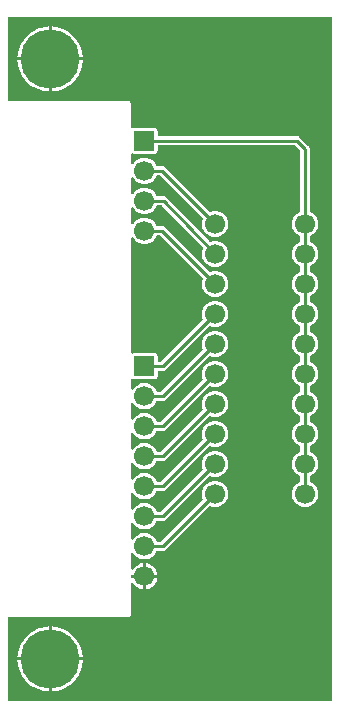
<source format=gtl>
G04 Layer: TopLayer*
G04 Panelize: , Column: 2, Row: 2, Board Size: 27.94mm x 58.42mm, Panelized Board Size: 57.88mm x 118.84mm*
G04 EasyEDA v6.5.34, 2023-08-01 23:33:27*
G04 b51b2e2071534479880d9ec3b26c503f,5a6b42c53f6a479593ecc07194224c93,10*
G04 Gerber Generator version 0.2*
G04 Scale: 100 percent, Rotated: No, Reflected: No *
G04 Dimensions in millimeters *
G04 leading zeros omitted , absolute positions ,4 integer and 5 decimal *
%FSLAX45Y45*%
%MOMM*%

%AMMACRO1*21,1,$1,$2,0,0,$3*%
%ADD10C,0.2540*%
%ADD11MACRO1,1.7X1.7X-90.0000*%
%ADD12C,1.7000*%
%ADD13C,5.0000*%

%LPD*%
G36*
X2757932Y25908D02*
G01*
X36068Y26416D01*
X32156Y27178D01*
X28905Y29362D01*
X26670Y32664D01*
X25908Y36576D01*
X25908Y725932D01*
X26670Y729792D01*
X28905Y733094D01*
X32156Y735330D01*
X36068Y736092D01*
X1040790Y736092D01*
X1047292Y736854D01*
X1052830Y738987D01*
X1057960Y742492D01*
X1061008Y745540D01*
X1063599Y749147D01*
X1066139Y754684D01*
X1067308Y762152D01*
X1067308Y1018184D01*
X1068222Y1022451D01*
X1070864Y1025906D01*
X1074724Y1027988D01*
X1079093Y1028192D01*
X1083157Y1026617D01*
X1086154Y1023467D01*
X1088948Y1018844D01*
X1097788Y1007719D01*
X1107998Y997864D01*
X1119428Y989330D01*
X1131773Y982370D01*
X1144930Y977036D01*
X1158697Y973429D01*
X1167180Y972362D01*
X1167180Y1069594D01*
X1077468Y1069594D01*
X1073556Y1070356D01*
X1070305Y1072540D01*
X1068070Y1075842D01*
X1067308Y1079754D01*
X1067308Y1084834D01*
X1068070Y1088694D01*
X1070305Y1091996D01*
X1073556Y1094232D01*
X1077468Y1094994D01*
X1167180Y1094994D01*
X1167180Y1192377D01*
X1165707Y1192276D01*
X1151788Y1189532D01*
X1138275Y1185062D01*
X1125474Y1178915D01*
X1113586Y1171143D01*
X1102766Y1161948D01*
X1093216Y1151432D01*
X1085799Y1140815D01*
X1082700Y1137920D01*
X1078636Y1136548D01*
X1074420Y1136904D01*
X1070711Y1139037D01*
X1068222Y1142441D01*
X1067308Y1146606D01*
X1067308Y1272184D01*
X1068222Y1276451D01*
X1070864Y1279906D01*
X1074724Y1281988D01*
X1079093Y1282192D01*
X1083157Y1280617D01*
X1086154Y1277467D01*
X1088948Y1272844D01*
X1097788Y1261719D01*
X1107998Y1251864D01*
X1119428Y1243330D01*
X1131773Y1236370D01*
X1144930Y1231036D01*
X1158697Y1227429D01*
X1172768Y1225600D01*
X1186992Y1225600D01*
X1201115Y1227429D01*
X1214831Y1231036D01*
X1227988Y1236370D01*
X1240383Y1243330D01*
X1251762Y1251864D01*
X1261973Y1261719D01*
X1270863Y1272844D01*
X1278229Y1284986D01*
X1281125Y1291640D01*
X1283360Y1294790D01*
X1286611Y1296924D01*
X1290421Y1297686D01*
X1335786Y1297686D01*
X1343812Y1298448D01*
X1351026Y1300632D01*
X1357680Y1304239D01*
X1363929Y1309319D01*
X1726996Y1672437D01*
X1730095Y1674520D01*
X1733702Y1675384D01*
X1737410Y1674875D01*
X1749856Y1670761D01*
X1763826Y1668018D01*
X1778000Y1667103D01*
X1792173Y1668018D01*
X1806143Y1670761D01*
X1819605Y1675231D01*
X1832406Y1681378D01*
X1844344Y1689150D01*
X1855114Y1698345D01*
X1864715Y1708861D01*
X1872843Y1720494D01*
X1879396Y1733092D01*
X1884324Y1746453D01*
X1887474Y1760321D01*
X1888845Y1774443D01*
X1888388Y1788668D01*
X1886102Y1802688D01*
X1882038Y1816303D01*
X1876298Y1829307D01*
X1868932Y1841449D01*
X1860092Y1852523D01*
X1849882Y1862429D01*
X1838502Y1870913D01*
X1826107Y1877923D01*
X1812950Y1883257D01*
X1799183Y1886864D01*
X1785112Y1888642D01*
X1770888Y1888642D01*
X1756816Y1886864D01*
X1743049Y1883257D01*
X1729892Y1877923D01*
X1717497Y1870913D01*
X1706118Y1862429D01*
X1695907Y1852523D01*
X1687068Y1841449D01*
X1679702Y1829307D01*
X1673910Y1816303D01*
X1669897Y1802688D01*
X1667611Y1788668D01*
X1667154Y1774443D01*
X1668525Y1760321D01*
X1671675Y1746453D01*
X1674875Y1737817D01*
X1675485Y1734057D01*
X1674672Y1730298D01*
X1672539Y1727098D01*
X1323289Y1377848D01*
X1319987Y1375664D01*
X1316075Y1374902D01*
X1290675Y1374902D01*
X1287068Y1375562D01*
X1283919Y1377442D01*
X1281684Y1380388D01*
X1274724Y1393748D01*
X1266596Y1405432D01*
X1257046Y1415948D01*
X1246225Y1425143D01*
X1234287Y1432915D01*
X1221486Y1439062D01*
X1208024Y1443532D01*
X1194054Y1446276D01*
X1179880Y1447190D01*
X1165707Y1446276D01*
X1151788Y1443532D01*
X1138275Y1439062D01*
X1125474Y1432915D01*
X1113586Y1425143D01*
X1102766Y1415948D01*
X1093216Y1405432D01*
X1085799Y1394815D01*
X1082700Y1391920D01*
X1078636Y1390548D01*
X1074420Y1390904D01*
X1070711Y1393037D01*
X1068222Y1396441D01*
X1067308Y1400606D01*
X1067308Y1526184D01*
X1068222Y1530451D01*
X1070864Y1533906D01*
X1074724Y1535988D01*
X1079093Y1536192D01*
X1083157Y1534617D01*
X1086154Y1531467D01*
X1088948Y1526844D01*
X1097788Y1515719D01*
X1107998Y1505864D01*
X1119428Y1497330D01*
X1131773Y1490370D01*
X1144930Y1485036D01*
X1158697Y1481429D01*
X1172768Y1479600D01*
X1186992Y1479600D01*
X1201115Y1481429D01*
X1214831Y1485036D01*
X1227988Y1490370D01*
X1240383Y1497330D01*
X1251762Y1505864D01*
X1261973Y1515719D01*
X1270863Y1526844D01*
X1278229Y1538986D01*
X1281125Y1545640D01*
X1283360Y1548790D01*
X1286611Y1550924D01*
X1290421Y1551686D01*
X1335786Y1551686D01*
X1343812Y1552448D01*
X1351026Y1554632D01*
X1357680Y1558239D01*
X1363929Y1563319D01*
X1726996Y1926437D01*
X1730095Y1928520D01*
X1733702Y1929384D01*
X1737410Y1928875D01*
X1749856Y1924761D01*
X1763826Y1922018D01*
X1778000Y1921103D01*
X1792173Y1922018D01*
X1806143Y1924761D01*
X1819605Y1929231D01*
X1832406Y1935378D01*
X1844344Y1943150D01*
X1855114Y1952345D01*
X1864715Y1962861D01*
X1872843Y1974494D01*
X1879396Y1987092D01*
X1884324Y2000453D01*
X1887474Y2014321D01*
X1888845Y2028443D01*
X1888388Y2042668D01*
X1886102Y2056688D01*
X1882038Y2070303D01*
X1876298Y2083307D01*
X1868932Y2095449D01*
X1860092Y2106523D01*
X1849882Y2116429D01*
X1838502Y2124913D01*
X1826107Y2131923D01*
X1812950Y2137257D01*
X1799183Y2140864D01*
X1785112Y2142642D01*
X1770888Y2142642D01*
X1756816Y2140864D01*
X1743049Y2137257D01*
X1729892Y2131923D01*
X1717497Y2124913D01*
X1706118Y2116429D01*
X1695907Y2106523D01*
X1687068Y2095449D01*
X1679702Y2083307D01*
X1673910Y2070303D01*
X1669897Y2056688D01*
X1667611Y2042668D01*
X1667154Y2028443D01*
X1668525Y2014321D01*
X1671675Y2000453D01*
X1674875Y1991817D01*
X1675485Y1988057D01*
X1674672Y1984298D01*
X1672539Y1981098D01*
X1323289Y1631848D01*
X1319987Y1629664D01*
X1316075Y1628901D01*
X1290675Y1628901D01*
X1287068Y1629562D01*
X1283919Y1631442D01*
X1281684Y1634388D01*
X1274724Y1647748D01*
X1266596Y1659432D01*
X1257046Y1669948D01*
X1246225Y1679143D01*
X1234287Y1686915D01*
X1221486Y1693062D01*
X1208024Y1697532D01*
X1194054Y1700275D01*
X1179880Y1701190D01*
X1165707Y1700275D01*
X1151788Y1697532D01*
X1138275Y1693062D01*
X1125474Y1686915D01*
X1113586Y1679143D01*
X1102766Y1669948D01*
X1093216Y1659432D01*
X1085799Y1648815D01*
X1082700Y1645920D01*
X1078636Y1644548D01*
X1074420Y1644904D01*
X1070711Y1647037D01*
X1068222Y1650441D01*
X1067308Y1654606D01*
X1067308Y1780184D01*
X1068222Y1784451D01*
X1070864Y1787906D01*
X1074724Y1789988D01*
X1079093Y1790192D01*
X1083157Y1788617D01*
X1086154Y1785467D01*
X1088948Y1780844D01*
X1097788Y1769719D01*
X1107998Y1759864D01*
X1119428Y1751330D01*
X1131773Y1744370D01*
X1144930Y1739036D01*
X1158697Y1735429D01*
X1172768Y1733600D01*
X1186992Y1733600D01*
X1201115Y1735429D01*
X1214831Y1739036D01*
X1227988Y1744370D01*
X1240383Y1751330D01*
X1251762Y1759864D01*
X1261973Y1769719D01*
X1270863Y1780844D01*
X1278229Y1792986D01*
X1281125Y1799640D01*
X1283360Y1802790D01*
X1286611Y1804924D01*
X1290421Y1805686D01*
X1335786Y1805686D01*
X1343812Y1806448D01*
X1351026Y1808632D01*
X1357680Y1812239D01*
X1363929Y1817319D01*
X1726996Y2180437D01*
X1730095Y2182520D01*
X1733702Y2183384D01*
X1737410Y2182876D01*
X1749856Y2178761D01*
X1763826Y2176018D01*
X1778000Y2175103D01*
X1792173Y2176018D01*
X1806143Y2178761D01*
X1819605Y2183231D01*
X1832406Y2189378D01*
X1844344Y2197150D01*
X1855114Y2206345D01*
X1864715Y2216861D01*
X1872843Y2228494D01*
X1879396Y2241092D01*
X1884324Y2254453D01*
X1887474Y2268321D01*
X1888845Y2282444D01*
X1888388Y2296668D01*
X1886102Y2310688D01*
X1882038Y2324303D01*
X1876298Y2337308D01*
X1868932Y2349449D01*
X1860092Y2360523D01*
X1849882Y2370429D01*
X1838502Y2378913D01*
X1826107Y2385923D01*
X1812950Y2391257D01*
X1799183Y2394864D01*
X1785112Y2396642D01*
X1770888Y2396642D01*
X1756816Y2394864D01*
X1743049Y2391257D01*
X1729892Y2385923D01*
X1717497Y2378913D01*
X1706118Y2370429D01*
X1695907Y2360523D01*
X1687068Y2349449D01*
X1679702Y2337308D01*
X1673910Y2324303D01*
X1669897Y2310688D01*
X1667611Y2296668D01*
X1667154Y2282444D01*
X1668525Y2268321D01*
X1671675Y2254453D01*
X1674875Y2245817D01*
X1675485Y2242058D01*
X1674672Y2238298D01*
X1672539Y2235098D01*
X1323289Y1885848D01*
X1319987Y1883664D01*
X1316075Y1882902D01*
X1290675Y1882902D01*
X1287068Y1883562D01*
X1283919Y1885442D01*
X1281684Y1888388D01*
X1274724Y1901748D01*
X1266596Y1913432D01*
X1257046Y1923948D01*
X1246225Y1933143D01*
X1234287Y1940915D01*
X1221486Y1947062D01*
X1208024Y1951532D01*
X1194054Y1954275D01*
X1179880Y1955190D01*
X1165707Y1954275D01*
X1151788Y1951532D01*
X1138275Y1947062D01*
X1125474Y1940915D01*
X1113586Y1933143D01*
X1102766Y1923948D01*
X1093216Y1913432D01*
X1085799Y1902815D01*
X1082700Y1899920D01*
X1078636Y1898548D01*
X1074420Y1898904D01*
X1070711Y1901037D01*
X1068222Y1904441D01*
X1067308Y1908606D01*
X1067308Y2034184D01*
X1068222Y2038451D01*
X1070864Y2041906D01*
X1074724Y2043988D01*
X1079093Y2044192D01*
X1083157Y2042617D01*
X1086154Y2039467D01*
X1088948Y2034844D01*
X1097788Y2023719D01*
X1107998Y2013864D01*
X1119428Y2005330D01*
X1131773Y1998370D01*
X1144930Y1993036D01*
X1158697Y1989429D01*
X1172768Y1987600D01*
X1186992Y1987600D01*
X1201115Y1989429D01*
X1214831Y1993036D01*
X1227988Y1998370D01*
X1240383Y2005330D01*
X1251762Y2013864D01*
X1261973Y2023719D01*
X1270863Y2034844D01*
X1278229Y2046986D01*
X1281125Y2053640D01*
X1283360Y2056790D01*
X1286611Y2058924D01*
X1290421Y2059686D01*
X1335786Y2059686D01*
X1343812Y2060448D01*
X1351026Y2062632D01*
X1357680Y2066239D01*
X1363929Y2071319D01*
X1726996Y2434437D01*
X1730095Y2436520D01*
X1733702Y2437384D01*
X1737410Y2436876D01*
X1749856Y2432761D01*
X1763826Y2430018D01*
X1778000Y2429103D01*
X1792173Y2430018D01*
X1806143Y2432761D01*
X1819605Y2437231D01*
X1832406Y2443378D01*
X1844344Y2451150D01*
X1855114Y2460345D01*
X1864715Y2470861D01*
X1872843Y2482494D01*
X1879396Y2495092D01*
X1884324Y2508453D01*
X1887474Y2522321D01*
X1888845Y2536444D01*
X1888388Y2550668D01*
X1886102Y2564688D01*
X1882038Y2578303D01*
X1876298Y2591308D01*
X1868932Y2603449D01*
X1860092Y2614523D01*
X1849882Y2624429D01*
X1838502Y2632913D01*
X1826107Y2639923D01*
X1812950Y2645257D01*
X1799183Y2648864D01*
X1785112Y2650642D01*
X1770888Y2650642D01*
X1756816Y2648864D01*
X1743049Y2645257D01*
X1729892Y2639923D01*
X1717497Y2632913D01*
X1706118Y2624429D01*
X1695907Y2614523D01*
X1687068Y2603449D01*
X1679702Y2591308D01*
X1673910Y2578303D01*
X1669897Y2564688D01*
X1667611Y2550668D01*
X1667154Y2536444D01*
X1668525Y2522321D01*
X1671675Y2508453D01*
X1674875Y2499817D01*
X1675485Y2496058D01*
X1674672Y2492298D01*
X1672539Y2489098D01*
X1323289Y2139848D01*
X1319987Y2137664D01*
X1316075Y2136902D01*
X1290675Y2136902D01*
X1287068Y2137562D01*
X1283919Y2139442D01*
X1281684Y2142388D01*
X1274724Y2155748D01*
X1266596Y2167432D01*
X1257046Y2177948D01*
X1246225Y2187143D01*
X1234287Y2194915D01*
X1221486Y2201062D01*
X1208024Y2205532D01*
X1194054Y2208276D01*
X1179880Y2209190D01*
X1165707Y2208276D01*
X1151788Y2205532D01*
X1138275Y2201062D01*
X1125474Y2194915D01*
X1113586Y2187143D01*
X1102766Y2177948D01*
X1093216Y2167432D01*
X1085799Y2156815D01*
X1082700Y2153920D01*
X1078636Y2152548D01*
X1074420Y2152904D01*
X1070711Y2155037D01*
X1068222Y2158441D01*
X1067308Y2162606D01*
X1067308Y2288184D01*
X1068222Y2292451D01*
X1070864Y2295906D01*
X1074724Y2297988D01*
X1079093Y2298192D01*
X1083157Y2296617D01*
X1086154Y2293467D01*
X1088948Y2288844D01*
X1097788Y2277719D01*
X1107998Y2267864D01*
X1119428Y2259330D01*
X1131773Y2252370D01*
X1144930Y2247036D01*
X1158697Y2243429D01*
X1172768Y2241600D01*
X1186992Y2241600D01*
X1201115Y2243429D01*
X1214831Y2247036D01*
X1227988Y2252370D01*
X1240383Y2259330D01*
X1251762Y2267864D01*
X1261973Y2277719D01*
X1270863Y2288844D01*
X1278229Y2300986D01*
X1281125Y2307640D01*
X1283360Y2310790D01*
X1286611Y2312924D01*
X1290421Y2313686D01*
X1335786Y2313686D01*
X1343812Y2314448D01*
X1351026Y2316632D01*
X1357680Y2320239D01*
X1363929Y2325319D01*
X1726996Y2688437D01*
X1730095Y2690520D01*
X1733702Y2691384D01*
X1737410Y2690876D01*
X1749856Y2686710D01*
X1763826Y2684018D01*
X1778000Y2683103D01*
X1792173Y2684018D01*
X1806143Y2686710D01*
X1819605Y2691231D01*
X1832406Y2697378D01*
X1844344Y2705150D01*
X1855114Y2714345D01*
X1864715Y2724861D01*
X1872843Y2736494D01*
X1879396Y2749092D01*
X1884324Y2762453D01*
X1887474Y2776321D01*
X1888845Y2790444D01*
X1888388Y2804617D01*
X1886102Y2818688D01*
X1882038Y2832303D01*
X1876298Y2845308D01*
X1868932Y2857449D01*
X1860092Y2868523D01*
X1849882Y2878429D01*
X1838502Y2886913D01*
X1826107Y2893923D01*
X1812950Y2899257D01*
X1799183Y2902813D01*
X1785112Y2904642D01*
X1770888Y2904642D01*
X1756816Y2902813D01*
X1743049Y2899257D01*
X1729892Y2893923D01*
X1717497Y2886913D01*
X1706118Y2878429D01*
X1695907Y2868523D01*
X1687068Y2857449D01*
X1679702Y2845308D01*
X1673910Y2832303D01*
X1669897Y2818688D01*
X1667611Y2804617D01*
X1667154Y2790444D01*
X1668525Y2776321D01*
X1671675Y2762453D01*
X1674875Y2753817D01*
X1675485Y2750007D01*
X1674672Y2746298D01*
X1672539Y2743098D01*
X1323289Y2393848D01*
X1319987Y2391664D01*
X1316075Y2390902D01*
X1290675Y2390902D01*
X1287068Y2391562D01*
X1283919Y2393442D01*
X1281684Y2396388D01*
X1274724Y2409748D01*
X1266596Y2421432D01*
X1257046Y2431948D01*
X1246225Y2441143D01*
X1234287Y2448915D01*
X1221486Y2455062D01*
X1208024Y2459532D01*
X1194054Y2462276D01*
X1179880Y2463190D01*
X1165707Y2462276D01*
X1151788Y2459532D01*
X1138275Y2455062D01*
X1125474Y2448915D01*
X1113586Y2441143D01*
X1102766Y2431948D01*
X1093216Y2421432D01*
X1085799Y2410815D01*
X1082700Y2407920D01*
X1078636Y2406548D01*
X1074420Y2406904D01*
X1070711Y2409037D01*
X1068222Y2412441D01*
X1067308Y2416606D01*
X1067308Y2542184D01*
X1068222Y2546451D01*
X1070864Y2549906D01*
X1074724Y2551988D01*
X1079093Y2552192D01*
X1083157Y2550617D01*
X1086154Y2547467D01*
X1088948Y2542844D01*
X1097788Y2531719D01*
X1107998Y2521864D01*
X1119428Y2513330D01*
X1131773Y2506370D01*
X1144930Y2501036D01*
X1158697Y2497429D01*
X1172768Y2495600D01*
X1186992Y2495600D01*
X1201115Y2497429D01*
X1214831Y2501036D01*
X1227988Y2506370D01*
X1240383Y2513330D01*
X1251762Y2521864D01*
X1261973Y2531719D01*
X1270863Y2542844D01*
X1278229Y2554986D01*
X1281125Y2561640D01*
X1283360Y2564790D01*
X1286611Y2566924D01*
X1290421Y2567686D01*
X1335786Y2567686D01*
X1343812Y2568448D01*
X1351026Y2570632D01*
X1357680Y2574239D01*
X1363929Y2579319D01*
X1726996Y2942437D01*
X1730095Y2944520D01*
X1733702Y2945384D01*
X1737410Y2944876D01*
X1749856Y2940710D01*
X1763826Y2938018D01*
X1778000Y2937103D01*
X1792173Y2938018D01*
X1806143Y2940710D01*
X1819605Y2945231D01*
X1832406Y2951378D01*
X1844344Y2959150D01*
X1855114Y2968345D01*
X1864715Y2978861D01*
X1872843Y2990494D01*
X1879396Y3003092D01*
X1884324Y3016453D01*
X1887474Y3030321D01*
X1888845Y3044444D01*
X1888388Y3058617D01*
X1886102Y3072688D01*
X1882038Y3086303D01*
X1876298Y3099308D01*
X1868932Y3111449D01*
X1860092Y3122523D01*
X1849882Y3132429D01*
X1838502Y3140913D01*
X1826107Y3147923D01*
X1812950Y3153257D01*
X1799183Y3156813D01*
X1785112Y3158642D01*
X1770888Y3158642D01*
X1756816Y3156813D01*
X1743049Y3153257D01*
X1729892Y3147923D01*
X1717497Y3140913D01*
X1706118Y3132429D01*
X1695907Y3122523D01*
X1687068Y3111449D01*
X1679702Y3099308D01*
X1673910Y3086303D01*
X1669897Y3072688D01*
X1667611Y3058617D01*
X1667154Y3044444D01*
X1668525Y3030321D01*
X1671675Y3016453D01*
X1674875Y3007817D01*
X1675485Y3004007D01*
X1674672Y3000298D01*
X1672539Y2997098D01*
X1323289Y2647848D01*
X1319987Y2645664D01*
X1316075Y2644902D01*
X1290675Y2644902D01*
X1287068Y2645562D01*
X1283919Y2647442D01*
X1281684Y2650388D01*
X1274724Y2663748D01*
X1266596Y2675432D01*
X1257046Y2685948D01*
X1246225Y2695143D01*
X1234287Y2702915D01*
X1221486Y2709062D01*
X1208024Y2713532D01*
X1194054Y2716276D01*
X1179880Y2717190D01*
X1165707Y2716276D01*
X1151788Y2713532D01*
X1138275Y2709062D01*
X1125474Y2702915D01*
X1113586Y2695143D01*
X1102766Y2685948D01*
X1093216Y2675432D01*
X1085799Y2664815D01*
X1082700Y2661920D01*
X1078636Y2660548D01*
X1074420Y2660904D01*
X1070711Y2663037D01*
X1068222Y2666441D01*
X1067308Y2670606D01*
X1067308Y2743911D01*
X1068222Y2748127D01*
X1070762Y2751531D01*
X1074521Y2753614D01*
X1078839Y2753969D01*
X1083665Y2751988D01*
X1089152Y2750108D01*
X1095451Y2749397D01*
X1264310Y2749397D01*
X1270660Y2750108D01*
X1276096Y2751988D01*
X1281023Y2755087D01*
X1285087Y2759151D01*
X1288186Y2764078D01*
X1290116Y2769514D01*
X1290828Y2775864D01*
X1290828Y2811526D01*
X1291590Y2815386D01*
X1293774Y2818688D01*
X1297076Y2820924D01*
X1300988Y2821686D01*
X1335786Y2821686D01*
X1343812Y2822448D01*
X1351026Y2824632D01*
X1357680Y2828239D01*
X1363929Y2833319D01*
X1726996Y3196437D01*
X1730095Y3198520D01*
X1733702Y3199384D01*
X1737410Y3198876D01*
X1749856Y3194710D01*
X1763826Y3192018D01*
X1778000Y3191103D01*
X1792173Y3192018D01*
X1806143Y3194710D01*
X1819605Y3199231D01*
X1832406Y3205378D01*
X1844344Y3213150D01*
X1855114Y3222345D01*
X1864715Y3232861D01*
X1872843Y3244494D01*
X1879396Y3257092D01*
X1884324Y3270453D01*
X1887474Y3284321D01*
X1888845Y3298444D01*
X1888388Y3312617D01*
X1886102Y3326688D01*
X1882038Y3340303D01*
X1876298Y3353308D01*
X1868932Y3365449D01*
X1860092Y3376523D01*
X1849882Y3386429D01*
X1838502Y3394913D01*
X1826107Y3401923D01*
X1812950Y3407257D01*
X1799183Y3410813D01*
X1785112Y3412642D01*
X1770888Y3412642D01*
X1756816Y3410813D01*
X1743049Y3407257D01*
X1729892Y3401923D01*
X1717497Y3394913D01*
X1706118Y3386429D01*
X1695907Y3376523D01*
X1687068Y3365449D01*
X1679702Y3353308D01*
X1673910Y3340303D01*
X1669897Y3326688D01*
X1667611Y3312617D01*
X1667154Y3298444D01*
X1668525Y3284321D01*
X1671675Y3270453D01*
X1674875Y3261817D01*
X1675485Y3258007D01*
X1674672Y3254298D01*
X1672539Y3251098D01*
X1323289Y2901848D01*
X1319987Y2899664D01*
X1316075Y2898902D01*
X1300988Y2898902D01*
X1297076Y2899664D01*
X1293774Y2901848D01*
X1291590Y2905150D01*
X1290828Y2909062D01*
X1290828Y2944723D01*
X1290116Y2951022D01*
X1288186Y2956509D01*
X1285087Y2961386D01*
X1281023Y2965500D01*
X1276096Y2968548D01*
X1270660Y2970479D01*
X1264310Y2971190D01*
X1095451Y2971190D01*
X1089152Y2970479D01*
X1078839Y2966567D01*
X1074521Y2966923D01*
X1070762Y2969006D01*
X1068222Y2972460D01*
X1067308Y2976676D01*
X1067308Y3942842D01*
X1068222Y3947109D01*
X1070864Y3950563D01*
X1074724Y3952595D01*
X1079093Y3952849D01*
X1083157Y3951274D01*
X1086154Y3948074D01*
X1088948Y3943451D01*
X1097838Y3932326D01*
X1108049Y3922471D01*
X1119428Y3913936D01*
X1131824Y3906977D01*
X1144981Y3901643D01*
X1158697Y3898036D01*
X1172819Y3896207D01*
X1187043Y3896207D01*
X1201115Y3898036D01*
X1214882Y3901643D01*
X1228039Y3906977D01*
X1240434Y3913936D01*
X1251813Y3922471D01*
X1262024Y3932326D01*
X1270863Y3943451D01*
X1278229Y3955592D01*
X1281176Y3962247D01*
X1283411Y3965397D01*
X1286662Y3967530D01*
X1290472Y3968292D01*
X1306880Y3968292D01*
X1310792Y3967530D01*
X1314094Y3965295D01*
X1672437Y3606952D01*
X1674672Y3603599D01*
X1675384Y3599586D01*
X1669897Y3580688D01*
X1667611Y3566617D01*
X1667154Y3552444D01*
X1668525Y3538321D01*
X1671675Y3524453D01*
X1676603Y3511092D01*
X1683156Y3498494D01*
X1691284Y3486861D01*
X1700834Y3476345D01*
X1711655Y3467150D01*
X1723593Y3459378D01*
X1736394Y3453231D01*
X1749856Y3448710D01*
X1763826Y3446018D01*
X1778000Y3445103D01*
X1792173Y3446018D01*
X1806143Y3448710D01*
X1819605Y3453231D01*
X1832406Y3459378D01*
X1844344Y3467150D01*
X1855114Y3476345D01*
X1864715Y3486861D01*
X1872843Y3498494D01*
X1879396Y3511092D01*
X1884324Y3524453D01*
X1887474Y3538321D01*
X1888845Y3552444D01*
X1888388Y3566617D01*
X1886102Y3580688D01*
X1882038Y3594303D01*
X1876298Y3607308D01*
X1868932Y3619449D01*
X1860092Y3630523D01*
X1849882Y3640429D01*
X1838502Y3648913D01*
X1826107Y3655923D01*
X1812950Y3661257D01*
X1799183Y3664813D01*
X1785112Y3666642D01*
X1770888Y3666642D01*
X1756816Y3664813D01*
X1743049Y3661257D01*
X1738122Y3659225D01*
X1734261Y3658514D01*
X1730400Y3659276D01*
X1727149Y3661460D01*
X1364996Y4023614D01*
X1361998Y4028287D01*
X1357172Y4034129D01*
X1351330Y4038955D01*
X1344676Y4042511D01*
X1337462Y4044696D01*
X1329436Y4045508D01*
X1290726Y4045508D01*
X1287119Y4046169D01*
X1283970Y4048048D01*
X1281684Y4050995D01*
X1274724Y4064355D01*
X1266596Y4076039D01*
X1257046Y4086555D01*
X1246225Y4095750D01*
X1234338Y4103522D01*
X1221536Y4109669D01*
X1208024Y4114139D01*
X1194104Y4116882D01*
X1179931Y4117797D01*
X1165758Y4116882D01*
X1151788Y4114139D01*
X1138326Y4109669D01*
X1125524Y4103522D01*
X1113586Y4095750D01*
X1102766Y4086555D01*
X1093216Y4076039D01*
X1085799Y4065371D01*
X1082700Y4062476D01*
X1078636Y4061104D01*
X1074420Y4061510D01*
X1070711Y4063593D01*
X1068222Y4067048D01*
X1067308Y4071213D01*
X1067308Y4196842D01*
X1068222Y4201109D01*
X1070864Y4204563D01*
X1074724Y4206595D01*
X1079093Y4206849D01*
X1083157Y4205274D01*
X1086154Y4202074D01*
X1088948Y4197451D01*
X1097838Y4186326D01*
X1108049Y4176471D01*
X1119428Y4167936D01*
X1131824Y4160977D01*
X1144981Y4155643D01*
X1158697Y4152036D01*
X1172819Y4150207D01*
X1187043Y4150207D01*
X1201115Y4152036D01*
X1214882Y4155643D01*
X1228039Y4160977D01*
X1240434Y4167936D01*
X1251813Y4176471D01*
X1262024Y4186326D01*
X1270863Y4197451D01*
X1278229Y4209592D01*
X1281176Y4216247D01*
X1283411Y4219397D01*
X1286662Y4221530D01*
X1290472Y4222292D01*
X1321562Y4222292D01*
X1325575Y4221480D01*
X1328877Y4219194D01*
X1673402Y3862679D01*
X1675536Y3859326D01*
X1676247Y3855415D01*
X1675384Y3851503D01*
X1673910Y3848303D01*
X1669897Y3834688D01*
X1667611Y3820617D01*
X1667154Y3806444D01*
X1668525Y3792321D01*
X1671675Y3778453D01*
X1676603Y3765092D01*
X1683156Y3752494D01*
X1691284Y3740861D01*
X1700834Y3730345D01*
X1711655Y3721150D01*
X1723593Y3713378D01*
X1736394Y3707231D01*
X1749856Y3702710D01*
X1763826Y3700018D01*
X1778000Y3699103D01*
X1792173Y3700018D01*
X1806143Y3702710D01*
X1819605Y3707231D01*
X1832406Y3713378D01*
X1844344Y3721150D01*
X1855114Y3730345D01*
X1864715Y3740861D01*
X1872843Y3752494D01*
X1879396Y3765092D01*
X1884324Y3778453D01*
X1887474Y3792321D01*
X1888845Y3806444D01*
X1888388Y3820617D01*
X1886102Y3834688D01*
X1882038Y3848303D01*
X1876298Y3861308D01*
X1868932Y3873449D01*
X1860092Y3884523D01*
X1849882Y3894429D01*
X1838502Y3902913D01*
X1826107Y3909923D01*
X1812950Y3915257D01*
X1799183Y3918813D01*
X1785112Y3920642D01*
X1770888Y3920642D01*
X1756816Y3918813D01*
X1743049Y3915257D01*
X1740001Y3913987D01*
X1736089Y3913276D01*
X1732178Y3914089D01*
X1728876Y3916375D01*
X1370380Y4287367D01*
X1364234Y4292600D01*
X1357630Y4296257D01*
X1350467Y4298543D01*
X1341729Y4299508D01*
X1290726Y4299508D01*
X1287119Y4300169D01*
X1283970Y4302048D01*
X1281684Y4304995D01*
X1274724Y4318355D01*
X1266596Y4330039D01*
X1257046Y4340555D01*
X1246225Y4349750D01*
X1234338Y4357522D01*
X1221536Y4363669D01*
X1208024Y4368139D01*
X1194104Y4370882D01*
X1179931Y4371797D01*
X1165758Y4370882D01*
X1151788Y4368139D01*
X1138326Y4363669D01*
X1125524Y4357522D01*
X1113586Y4349750D01*
X1102766Y4340555D01*
X1093216Y4330039D01*
X1085799Y4319371D01*
X1082700Y4316476D01*
X1078636Y4315104D01*
X1074420Y4315510D01*
X1070711Y4317593D01*
X1068222Y4321048D01*
X1067308Y4325213D01*
X1067308Y4450842D01*
X1068222Y4455109D01*
X1070864Y4458563D01*
X1074724Y4460595D01*
X1079093Y4460849D01*
X1083157Y4459274D01*
X1086154Y4456074D01*
X1088948Y4451451D01*
X1097838Y4440326D01*
X1108049Y4430471D01*
X1119428Y4421936D01*
X1131824Y4414977D01*
X1144981Y4409643D01*
X1158697Y4406036D01*
X1172819Y4404207D01*
X1187043Y4404207D01*
X1201115Y4406036D01*
X1214882Y4409643D01*
X1228039Y4414977D01*
X1240434Y4421936D01*
X1251813Y4430471D01*
X1262024Y4440326D01*
X1270863Y4451451D01*
X1278229Y4463592D01*
X1281176Y4470247D01*
X1283411Y4473397D01*
X1286662Y4475530D01*
X1290472Y4476292D01*
X1306880Y4476292D01*
X1310792Y4475530D01*
X1314094Y4473295D01*
X1672437Y4114952D01*
X1674672Y4111599D01*
X1675384Y4107586D01*
X1669897Y4088688D01*
X1667611Y4074617D01*
X1667154Y4060444D01*
X1668525Y4046270D01*
X1671675Y4032453D01*
X1676603Y4019092D01*
X1683156Y4006494D01*
X1691284Y3994861D01*
X1700834Y3984345D01*
X1711655Y3975150D01*
X1723593Y3967378D01*
X1736394Y3961231D01*
X1749856Y3956710D01*
X1763826Y3954018D01*
X1778000Y3953103D01*
X1792173Y3954018D01*
X1806143Y3956710D01*
X1819605Y3961231D01*
X1832406Y3967378D01*
X1844344Y3975150D01*
X1855114Y3984345D01*
X1864715Y3994861D01*
X1872843Y4006494D01*
X1879396Y4019092D01*
X1884324Y4032453D01*
X1887474Y4046270D01*
X1888845Y4060444D01*
X1888388Y4074617D01*
X1886102Y4088688D01*
X1882038Y4102303D01*
X1876298Y4115257D01*
X1868932Y4127449D01*
X1860092Y4138523D01*
X1849882Y4148429D01*
X1838502Y4156913D01*
X1826107Y4163872D01*
X1812950Y4169206D01*
X1799183Y4172813D01*
X1785112Y4174642D01*
X1770888Y4174642D01*
X1756816Y4172813D01*
X1743049Y4169206D01*
X1738122Y4167225D01*
X1734261Y4166514D01*
X1730400Y4167276D01*
X1727149Y4169460D01*
X1364996Y4531614D01*
X1361998Y4536287D01*
X1357172Y4542129D01*
X1351330Y4546955D01*
X1344676Y4550511D01*
X1337462Y4552696D01*
X1329436Y4553508D01*
X1290726Y4553508D01*
X1287119Y4554169D01*
X1283970Y4556048D01*
X1281684Y4558995D01*
X1274724Y4572355D01*
X1266596Y4584039D01*
X1257046Y4594555D01*
X1246225Y4603750D01*
X1234338Y4611522D01*
X1221536Y4617669D01*
X1208024Y4622139D01*
X1194104Y4624882D01*
X1179931Y4625797D01*
X1165758Y4624882D01*
X1151788Y4622139D01*
X1138326Y4617669D01*
X1125524Y4611522D01*
X1113586Y4603750D01*
X1102766Y4594555D01*
X1093216Y4584039D01*
X1085799Y4573371D01*
X1082700Y4570476D01*
X1078636Y4569104D01*
X1074420Y4569510D01*
X1070711Y4571593D01*
X1068222Y4575048D01*
X1067308Y4579213D01*
X1067308Y4652518D01*
X1068222Y4656734D01*
X1070762Y4660188D01*
X1074521Y4662271D01*
X1078839Y4662576D01*
X1083716Y4660595D01*
X1089152Y4658715D01*
X1095502Y4658004D01*
X1264361Y4658004D01*
X1270660Y4658715D01*
X1276146Y4660595D01*
X1281023Y4663694D01*
X1285138Y4667758D01*
X1288186Y4672685D01*
X1290116Y4678121D01*
X1290828Y4684471D01*
X1290828Y4720132D01*
X1291590Y4723993D01*
X1293825Y4727295D01*
X1297076Y4729530D01*
X1300988Y4730292D01*
X2449880Y4730292D01*
X2453792Y4729530D01*
X2457094Y4727295D01*
X2498394Y4685995D01*
X2500630Y4682693D01*
X2501392Y4678781D01*
X2501392Y4174591D01*
X2500579Y4170679D01*
X2498394Y4167378D01*
X2495042Y4165193D01*
X2491892Y4163872D01*
X2479497Y4156913D01*
X2468118Y4148429D01*
X2457907Y4138523D01*
X2449068Y4127449D01*
X2441702Y4115257D01*
X2435910Y4102303D01*
X2431897Y4088688D01*
X2429611Y4074617D01*
X2429154Y4060444D01*
X2430526Y4046270D01*
X2433675Y4032453D01*
X2438603Y4019092D01*
X2445156Y4006494D01*
X2453284Y3994861D01*
X2462834Y3984345D01*
X2473655Y3975150D01*
X2485593Y3967378D01*
X2495651Y3962552D01*
X2498699Y3960266D01*
X2500680Y3957065D01*
X2501392Y3953357D01*
X2501392Y3920591D01*
X2500579Y3916679D01*
X2498394Y3913378D01*
X2495042Y3911193D01*
X2491892Y3909923D01*
X2479497Y3902913D01*
X2468118Y3894429D01*
X2457907Y3884523D01*
X2449068Y3873449D01*
X2441702Y3861308D01*
X2435910Y3848303D01*
X2431897Y3834688D01*
X2429611Y3820617D01*
X2429154Y3806444D01*
X2430526Y3792321D01*
X2433675Y3778453D01*
X2438603Y3765092D01*
X2445156Y3752494D01*
X2453284Y3740861D01*
X2462834Y3730345D01*
X2473655Y3721150D01*
X2485593Y3713378D01*
X2495651Y3708552D01*
X2498699Y3706266D01*
X2500680Y3703116D01*
X2501392Y3699357D01*
X2501392Y3666591D01*
X2500579Y3662679D01*
X2498394Y3659378D01*
X2495042Y3657193D01*
X2491892Y3655923D01*
X2479497Y3648913D01*
X2468118Y3640429D01*
X2457907Y3630523D01*
X2449068Y3619449D01*
X2441702Y3607308D01*
X2435910Y3594303D01*
X2431897Y3580688D01*
X2429611Y3566617D01*
X2429154Y3552444D01*
X2430526Y3538321D01*
X2433675Y3524453D01*
X2438603Y3511092D01*
X2445156Y3498494D01*
X2453284Y3486861D01*
X2462834Y3476345D01*
X2473655Y3467150D01*
X2485593Y3459378D01*
X2495651Y3454552D01*
X2498699Y3452266D01*
X2500680Y3449116D01*
X2501392Y3445357D01*
X2501392Y3412591D01*
X2500579Y3408679D01*
X2498394Y3405378D01*
X2495042Y3403193D01*
X2491892Y3401923D01*
X2479497Y3394913D01*
X2468118Y3386429D01*
X2457907Y3376523D01*
X2449068Y3365449D01*
X2441702Y3353308D01*
X2435910Y3340303D01*
X2431897Y3326688D01*
X2429611Y3312617D01*
X2429154Y3298444D01*
X2430526Y3284321D01*
X2433675Y3270453D01*
X2438603Y3257092D01*
X2445156Y3244494D01*
X2453284Y3232861D01*
X2462834Y3222345D01*
X2473655Y3213150D01*
X2485593Y3205378D01*
X2495651Y3200552D01*
X2498699Y3198266D01*
X2500680Y3195116D01*
X2501392Y3191357D01*
X2501392Y3158591D01*
X2500579Y3154680D01*
X2498394Y3151378D01*
X2495042Y3149193D01*
X2491892Y3147923D01*
X2479497Y3140913D01*
X2468118Y3132429D01*
X2457907Y3122523D01*
X2449068Y3111449D01*
X2441702Y3099308D01*
X2435910Y3086303D01*
X2431897Y3072688D01*
X2429611Y3058617D01*
X2429154Y3044444D01*
X2430526Y3030321D01*
X2433675Y3016453D01*
X2438603Y3003092D01*
X2445156Y2990494D01*
X2453284Y2978861D01*
X2462834Y2968345D01*
X2473655Y2959150D01*
X2485593Y2951378D01*
X2495651Y2946552D01*
X2498699Y2944266D01*
X2500680Y2941116D01*
X2501392Y2937357D01*
X2501392Y2904591D01*
X2500579Y2900680D01*
X2498394Y2897378D01*
X2495042Y2895193D01*
X2491892Y2893923D01*
X2479497Y2886913D01*
X2468118Y2878429D01*
X2457907Y2868523D01*
X2449068Y2857449D01*
X2441702Y2845308D01*
X2435910Y2832303D01*
X2431897Y2818688D01*
X2429611Y2804617D01*
X2429154Y2790444D01*
X2430526Y2776321D01*
X2433675Y2762453D01*
X2438603Y2749092D01*
X2445156Y2736494D01*
X2453284Y2724861D01*
X2462834Y2714345D01*
X2473655Y2705150D01*
X2485593Y2697378D01*
X2495651Y2692552D01*
X2498699Y2690266D01*
X2500680Y2687116D01*
X2501392Y2683357D01*
X2501392Y2650591D01*
X2500579Y2646680D01*
X2498394Y2643378D01*
X2495042Y2641193D01*
X2491892Y2639923D01*
X2479497Y2632913D01*
X2468118Y2624429D01*
X2457907Y2614523D01*
X2449068Y2603449D01*
X2441702Y2591308D01*
X2435910Y2578303D01*
X2431897Y2564688D01*
X2429611Y2550668D01*
X2429154Y2536444D01*
X2430526Y2522321D01*
X2433675Y2508453D01*
X2438603Y2495092D01*
X2445156Y2482494D01*
X2453284Y2470861D01*
X2462834Y2460345D01*
X2473655Y2451150D01*
X2485593Y2443378D01*
X2495651Y2438552D01*
X2498699Y2436317D01*
X2500680Y2433116D01*
X2501392Y2429408D01*
X2501392Y2396591D01*
X2500579Y2392680D01*
X2498394Y2389378D01*
X2495042Y2387193D01*
X2491892Y2385923D01*
X2479497Y2378913D01*
X2468118Y2370429D01*
X2457907Y2360523D01*
X2449068Y2349449D01*
X2441702Y2337308D01*
X2435910Y2324303D01*
X2431897Y2310688D01*
X2429611Y2296668D01*
X2429154Y2282444D01*
X2430526Y2268321D01*
X2433675Y2254453D01*
X2438603Y2241092D01*
X2445156Y2228494D01*
X2453284Y2216861D01*
X2462834Y2206345D01*
X2473655Y2197150D01*
X2485593Y2189378D01*
X2495651Y2184552D01*
X2498699Y2182317D01*
X2500680Y2179116D01*
X2501392Y2175408D01*
X2501392Y2142591D01*
X2500579Y2138680D01*
X2498394Y2135378D01*
X2495042Y2133193D01*
X2491892Y2131923D01*
X2479497Y2124913D01*
X2468118Y2116429D01*
X2457907Y2106523D01*
X2449068Y2095449D01*
X2441702Y2083307D01*
X2435910Y2070303D01*
X2431897Y2056688D01*
X2429611Y2042668D01*
X2429154Y2028443D01*
X2430526Y2014321D01*
X2433675Y2000453D01*
X2438603Y1987092D01*
X2445156Y1974494D01*
X2453284Y1962861D01*
X2462834Y1952345D01*
X2473655Y1943150D01*
X2485593Y1935378D01*
X2495651Y1930552D01*
X2498699Y1928317D01*
X2500680Y1925116D01*
X2501392Y1921408D01*
X2501392Y1888591D01*
X2500579Y1884680D01*
X2498394Y1881378D01*
X2495042Y1879193D01*
X2491892Y1877923D01*
X2479497Y1870913D01*
X2468118Y1862429D01*
X2457907Y1852523D01*
X2449068Y1841449D01*
X2441702Y1829307D01*
X2435910Y1816303D01*
X2431897Y1802688D01*
X2429611Y1788668D01*
X2429154Y1774443D01*
X2430526Y1760321D01*
X2433675Y1746453D01*
X2438603Y1733092D01*
X2445156Y1720494D01*
X2453284Y1708861D01*
X2462834Y1698345D01*
X2473655Y1689150D01*
X2485593Y1681378D01*
X2498394Y1675231D01*
X2511856Y1670761D01*
X2525826Y1668018D01*
X2540000Y1667103D01*
X2554173Y1668018D01*
X2568143Y1670761D01*
X2581605Y1675231D01*
X2594406Y1681378D01*
X2606294Y1689150D01*
X2617114Y1698345D01*
X2626664Y1708861D01*
X2634843Y1720494D01*
X2641396Y1733092D01*
X2646273Y1746453D01*
X2649474Y1760321D01*
X2650845Y1774443D01*
X2650388Y1788668D01*
X2648102Y1802688D01*
X2644038Y1816303D01*
X2638298Y1829307D01*
X2630932Y1841449D01*
X2622092Y1852523D01*
X2611882Y1862429D01*
X2600502Y1870913D01*
X2588107Y1877923D01*
X2584958Y1879193D01*
X2581605Y1881378D01*
X2579370Y1884680D01*
X2578608Y1888591D01*
X2578608Y1921408D01*
X2579319Y1925116D01*
X2581300Y1928317D01*
X2584348Y1930552D01*
X2594406Y1935378D01*
X2606294Y1943150D01*
X2617114Y1952345D01*
X2626664Y1962861D01*
X2634843Y1974494D01*
X2641396Y1987092D01*
X2646273Y2000453D01*
X2649474Y2014321D01*
X2650845Y2028443D01*
X2650388Y2042668D01*
X2648102Y2056688D01*
X2644038Y2070303D01*
X2638298Y2083307D01*
X2630932Y2095449D01*
X2622092Y2106523D01*
X2611882Y2116429D01*
X2600502Y2124913D01*
X2588107Y2131923D01*
X2584958Y2133193D01*
X2581605Y2135378D01*
X2579370Y2138680D01*
X2578608Y2142591D01*
X2578608Y2175408D01*
X2579319Y2179116D01*
X2581300Y2182317D01*
X2584348Y2184552D01*
X2594406Y2189378D01*
X2606294Y2197150D01*
X2617114Y2206345D01*
X2626664Y2216861D01*
X2634843Y2228494D01*
X2641396Y2241092D01*
X2646273Y2254453D01*
X2649474Y2268321D01*
X2650845Y2282444D01*
X2650388Y2296668D01*
X2648102Y2310688D01*
X2644038Y2324303D01*
X2638298Y2337308D01*
X2630932Y2349449D01*
X2622092Y2360523D01*
X2611882Y2370429D01*
X2600502Y2378913D01*
X2588107Y2385923D01*
X2584958Y2387193D01*
X2581605Y2389378D01*
X2579370Y2392680D01*
X2578608Y2396591D01*
X2578608Y2429408D01*
X2579319Y2433116D01*
X2581300Y2436317D01*
X2584348Y2438552D01*
X2594406Y2443378D01*
X2606294Y2451150D01*
X2617114Y2460345D01*
X2626664Y2470861D01*
X2634843Y2482494D01*
X2641396Y2495092D01*
X2646273Y2508453D01*
X2649474Y2522321D01*
X2650845Y2536444D01*
X2650388Y2550668D01*
X2648102Y2564688D01*
X2644038Y2578303D01*
X2638298Y2591308D01*
X2630932Y2603449D01*
X2622092Y2614523D01*
X2611882Y2624429D01*
X2600502Y2632913D01*
X2588107Y2639923D01*
X2584958Y2641193D01*
X2581605Y2643378D01*
X2579370Y2646680D01*
X2578608Y2650591D01*
X2578608Y2683357D01*
X2579319Y2687116D01*
X2581300Y2690266D01*
X2584348Y2692552D01*
X2594406Y2697378D01*
X2606294Y2705150D01*
X2617114Y2714345D01*
X2626664Y2724861D01*
X2634843Y2736494D01*
X2641396Y2749092D01*
X2646273Y2762453D01*
X2649474Y2776321D01*
X2650845Y2790444D01*
X2650388Y2804617D01*
X2648102Y2818688D01*
X2644038Y2832303D01*
X2638298Y2845308D01*
X2630932Y2857449D01*
X2622092Y2868523D01*
X2611882Y2878429D01*
X2600502Y2886913D01*
X2588107Y2893923D01*
X2584958Y2895193D01*
X2581605Y2897378D01*
X2579370Y2900680D01*
X2578608Y2904591D01*
X2578608Y2937357D01*
X2579319Y2941116D01*
X2581300Y2944266D01*
X2584348Y2946552D01*
X2594406Y2951378D01*
X2606294Y2959150D01*
X2617114Y2968345D01*
X2626664Y2978861D01*
X2634843Y2990494D01*
X2641396Y3003092D01*
X2646273Y3016453D01*
X2649474Y3030321D01*
X2650845Y3044444D01*
X2650388Y3058617D01*
X2648102Y3072688D01*
X2644038Y3086303D01*
X2638298Y3099308D01*
X2630932Y3111449D01*
X2622092Y3122523D01*
X2611882Y3132429D01*
X2600502Y3140913D01*
X2588107Y3147923D01*
X2584958Y3149193D01*
X2581605Y3151378D01*
X2579370Y3154680D01*
X2578608Y3158591D01*
X2578608Y3191357D01*
X2579319Y3195116D01*
X2581300Y3198266D01*
X2584348Y3200552D01*
X2594406Y3205378D01*
X2606294Y3213150D01*
X2617114Y3222345D01*
X2626664Y3232861D01*
X2634843Y3244494D01*
X2641396Y3257092D01*
X2646273Y3270453D01*
X2649474Y3284321D01*
X2650845Y3298444D01*
X2650388Y3312617D01*
X2648102Y3326688D01*
X2644038Y3340303D01*
X2638298Y3353308D01*
X2630932Y3365449D01*
X2622092Y3376523D01*
X2611882Y3386429D01*
X2600502Y3394913D01*
X2588107Y3401923D01*
X2584958Y3403193D01*
X2581605Y3405378D01*
X2579370Y3408679D01*
X2578608Y3412591D01*
X2578608Y3445357D01*
X2579319Y3449116D01*
X2581300Y3452266D01*
X2584348Y3454552D01*
X2594406Y3459378D01*
X2606294Y3467150D01*
X2617114Y3476345D01*
X2626664Y3486861D01*
X2634843Y3498494D01*
X2641396Y3511092D01*
X2646273Y3524453D01*
X2649474Y3538321D01*
X2650845Y3552444D01*
X2650388Y3566617D01*
X2648102Y3580688D01*
X2644038Y3594303D01*
X2638298Y3607308D01*
X2630932Y3619449D01*
X2622092Y3630523D01*
X2611882Y3640429D01*
X2600502Y3648913D01*
X2588107Y3655923D01*
X2584958Y3657193D01*
X2581605Y3659378D01*
X2579370Y3662679D01*
X2578608Y3666591D01*
X2578608Y3699357D01*
X2579319Y3703116D01*
X2581300Y3706266D01*
X2584348Y3708552D01*
X2594406Y3713378D01*
X2606294Y3721150D01*
X2617114Y3730345D01*
X2626664Y3740861D01*
X2634843Y3752494D01*
X2641396Y3765092D01*
X2646273Y3778453D01*
X2649474Y3792321D01*
X2650845Y3806444D01*
X2650388Y3820617D01*
X2648102Y3834688D01*
X2644038Y3848303D01*
X2638298Y3861308D01*
X2630932Y3873449D01*
X2622092Y3884523D01*
X2611882Y3894429D01*
X2600502Y3902913D01*
X2588107Y3909923D01*
X2584958Y3911193D01*
X2581605Y3913378D01*
X2579370Y3916679D01*
X2578608Y3920591D01*
X2578608Y3953357D01*
X2579319Y3957065D01*
X2581300Y3960266D01*
X2584348Y3962552D01*
X2594406Y3967378D01*
X2606294Y3975150D01*
X2617114Y3984345D01*
X2626664Y3994861D01*
X2634843Y4006494D01*
X2641396Y4019092D01*
X2646273Y4032453D01*
X2649474Y4046270D01*
X2650845Y4060444D01*
X2650388Y4074617D01*
X2648102Y4088688D01*
X2644038Y4102303D01*
X2638298Y4115257D01*
X2630932Y4127449D01*
X2622092Y4138523D01*
X2611882Y4148429D01*
X2600502Y4156913D01*
X2588107Y4163872D01*
X2584958Y4165193D01*
X2581605Y4167378D01*
X2579370Y4170679D01*
X2578608Y4174591D01*
X2578608Y4698492D01*
X2577795Y4706518D01*
X2575610Y4713732D01*
X2572054Y4720386D01*
X2566924Y4726635D01*
X2497734Y4795824D01*
X2491536Y4800955D01*
X2484831Y4804511D01*
X2477617Y4806696D01*
X2469591Y4807508D01*
X1300988Y4807508D01*
X1297076Y4808270D01*
X1293825Y4810455D01*
X1291590Y4813757D01*
X1290828Y4817668D01*
X1290828Y4853330D01*
X1290116Y4859629D01*
X1288186Y4865116D01*
X1285138Y4869992D01*
X1281023Y4874107D01*
X1276146Y4877155D01*
X1270660Y4879086D01*
X1264361Y4879797D01*
X1095502Y4879797D01*
X1089152Y4879086D01*
X1078839Y4875174D01*
X1074521Y4875530D01*
X1070762Y4877612D01*
X1068222Y4881067D01*
X1067308Y4885232D01*
X1067308Y5079390D01*
X1066495Y5085892D01*
X1064412Y5091430D01*
X1060856Y5096510D01*
X1057808Y5099558D01*
X1054252Y5102199D01*
X1048715Y5104688D01*
X1041247Y5105908D01*
X36068Y5105908D01*
X32156Y5106670D01*
X28905Y5108854D01*
X26670Y5112156D01*
X25908Y5116068D01*
X25908Y5805932D01*
X26670Y5809843D01*
X28905Y5813094D01*
X32156Y5815330D01*
X36068Y5816092D01*
X2757932Y5816092D01*
X2761792Y5815330D01*
X2765094Y5813094D01*
X2767330Y5809792D01*
X2768092Y5805932D01*
X2768092Y36068D01*
X2767330Y32207D01*
X2765094Y28905D01*
X2761792Y26670D01*
G37*

%LPC*%
G36*
X105410Y5473700D02*
G01*
X368300Y5473700D01*
X368300Y5736386D01*
X352145Y5735370D01*
X329285Y5732018D01*
X306781Y5726734D01*
X284835Y5719572D01*
X263499Y5710631D01*
X243027Y5699912D01*
X223520Y5687568D01*
X205130Y5673598D01*
X187960Y5658104D01*
X172161Y5641289D01*
X157784Y5623153D01*
X144983Y5603900D01*
X133858Y5583682D01*
X124460Y5562549D01*
X116890Y5540756D01*
X111150Y5518353D01*
X107289Y5495594D01*
G37*
G36*
X368300Y105613D02*
G01*
X368300Y368300D01*
X105410Y368300D01*
X107289Y346405D01*
X111150Y323646D01*
X116890Y301244D01*
X124460Y279450D01*
X133858Y258317D01*
X144983Y238099D01*
X157784Y218846D01*
X172161Y200710D01*
X187960Y183896D01*
X205130Y168402D01*
X223520Y154432D01*
X243027Y142087D01*
X263499Y131368D01*
X284835Y122428D01*
X306781Y115265D01*
X329285Y109982D01*
X352145Y106629D01*
G37*
G36*
X393700Y393700D02*
G01*
X656336Y393700D01*
X655929Y404063D01*
X653034Y427024D01*
X648208Y449630D01*
X641553Y471728D01*
X633018Y493217D01*
X622757Y513892D01*
X610819Y533704D01*
X597204Y552348D01*
X582117Y569874D01*
X565607Y586028D01*
X547827Y600760D01*
X528828Y613968D01*
X508812Y625500D01*
X487934Y635355D01*
X466242Y643382D01*
X443992Y649630D01*
X421284Y653948D01*
X398322Y656336D01*
X393700Y656437D01*
G37*
G36*
X105410Y393700D02*
G01*
X368300Y393700D01*
X368300Y656386D01*
X352145Y655370D01*
X329285Y652018D01*
X306781Y646734D01*
X284835Y639572D01*
X263499Y630631D01*
X243027Y619912D01*
X223520Y607568D01*
X205130Y593598D01*
X187960Y578104D01*
X172161Y561289D01*
X157784Y543153D01*
X144983Y523900D01*
X133858Y503682D01*
X124460Y482549D01*
X116890Y460756D01*
X111150Y438353D01*
X107289Y415594D01*
G37*
G36*
X1192580Y972362D02*
G01*
X1201115Y973429D01*
X1214831Y977036D01*
X1227988Y982370D01*
X1240383Y989330D01*
X1251762Y997864D01*
X1261973Y1007719D01*
X1270863Y1018844D01*
X1278229Y1030986D01*
X1283970Y1043990D01*
X1287983Y1057605D01*
X1289913Y1069594D01*
X1192580Y1069594D01*
G37*
G36*
X393700Y5473700D02*
G01*
X656336Y5473700D01*
X655929Y5484063D01*
X653034Y5507024D01*
X648208Y5529630D01*
X641553Y5551728D01*
X633018Y5573217D01*
X622757Y5593892D01*
X610819Y5613704D01*
X597204Y5632348D01*
X582117Y5649874D01*
X565607Y5666028D01*
X547827Y5680760D01*
X528828Y5693968D01*
X508812Y5705500D01*
X487934Y5715355D01*
X466242Y5723382D01*
X443992Y5729630D01*
X421284Y5733948D01*
X398322Y5736336D01*
X393700Y5736437D01*
G37*
G36*
X1192580Y1094994D02*
G01*
X1289862Y1094994D01*
X1289354Y1099972D01*
X1286205Y1113840D01*
X1281277Y1127150D01*
X1274724Y1139748D01*
X1266596Y1151432D01*
X1257046Y1161948D01*
X1246225Y1171143D01*
X1234287Y1178915D01*
X1221486Y1185062D01*
X1208024Y1189532D01*
X1194054Y1192276D01*
X1192580Y1192377D01*
G37*
G36*
X368300Y5185613D02*
G01*
X368300Y5448300D01*
X105410Y5448300D01*
X107289Y5426405D01*
X111150Y5403646D01*
X116890Y5381244D01*
X124460Y5359450D01*
X133858Y5338318D01*
X144983Y5318099D01*
X157784Y5298846D01*
X172161Y5280710D01*
X187960Y5263896D01*
X205130Y5248402D01*
X223520Y5234432D01*
X243027Y5222087D01*
X263499Y5211368D01*
X284835Y5202428D01*
X306781Y5195265D01*
X329285Y5189982D01*
X352145Y5186629D01*
G37*
G36*
X393700Y5185562D02*
G01*
X398322Y5185664D01*
X421284Y5188051D01*
X443992Y5192369D01*
X466242Y5198618D01*
X487934Y5206644D01*
X508812Y5216499D01*
X528828Y5228031D01*
X547827Y5241239D01*
X565607Y5255971D01*
X582117Y5272125D01*
X597204Y5289600D01*
X610819Y5308295D01*
X622757Y5328107D01*
X633018Y5348782D01*
X641553Y5370271D01*
X648208Y5392369D01*
X653034Y5414975D01*
X655929Y5437936D01*
X656336Y5448300D01*
X393700Y5448300D01*
G37*
G36*
X393700Y105562D02*
G01*
X398322Y105664D01*
X421284Y108051D01*
X443992Y112369D01*
X466242Y118618D01*
X487934Y126644D01*
X508812Y136499D01*
X528828Y148031D01*
X547827Y161239D01*
X565607Y175971D01*
X582117Y192125D01*
X597204Y209600D01*
X610819Y228295D01*
X622757Y248107D01*
X633018Y268782D01*
X641553Y290271D01*
X648208Y312369D01*
X653034Y334975D01*
X655929Y357936D01*
X656336Y368300D01*
X393700Y368300D01*
G37*

%LPD*%
D10*
X2539994Y4063992D02*
G01*
X2539994Y3809994D01*
X2539994Y3809994D02*
G01*
X2539994Y3555994D01*
X2539994Y3555994D02*
G01*
X2539994Y3301994D01*
X2539994Y3301994D02*
G01*
X2539994Y3047994D01*
X2539994Y3047994D02*
G01*
X2539994Y2793994D01*
X2539994Y2793994D02*
G01*
X2539994Y2539997D01*
X2539994Y2539997D02*
G01*
X2539994Y2285997D01*
X2539994Y2285997D02*
G01*
X2539994Y2031997D01*
X2539994Y2031997D02*
G01*
X2539994Y1777997D01*
X1179918Y4768888D02*
G01*
X2470096Y4768888D01*
X2539994Y4698989D01*
X2539994Y4063992D01*
X1179918Y4514888D02*
G01*
X1329918Y4514888D01*
X1329918Y4512071D01*
X1777997Y4063992D01*
X1179918Y4260888D02*
G01*
X1342278Y4260888D01*
X1777997Y3809994D01*
X1179918Y4006888D02*
G01*
X1329918Y4006888D01*
X1329918Y4004073D01*
X1777997Y3555994D01*
X1179896Y2860281D02*
G01*
X1336283Y2860281D01*
X1777997Y3301994D01*
X1179896Y2606281D02*
G01*
X1336283Y2606281D01*
X1777997Y3047994D01*
X1179896Y2352281D02*
G01*
X1336283Y2352281D01*
X1777997Y2793994D01*
X1179896Y2098281D02*
G01*
X1336281Y2098281D01*
X1777997Y2539997D01*
X1179896Y1844281D02*
G01*
X1336281Y1844281D01*
X1777997Y2285997D01*
X1179896Y1590281D02*
G01*
X1336281Y1590281D01*
X1777997Y2031997D01*
X1179896Y1336281D02*
G01*
X1336281Y1336281D01*
X1777997Y1777997D01*
D11*
G01*
X1179918Y4768888D03*
D12*
G01*
X1179931Y4514875D03*
G01*
X1179931Y4260875D03*
G01*
X1179931Y4006875D03*
D11*
G01*
X1179894Y2860280D03*
D12*
G01*
X1179906Y2606268D03*
G01*
X1179906Y2352268D03*
G01*
X1179906Y2098268D03*
G01*
X1179906Y1844268D03*
G01*
X1179906Y1590268D03*
G01*
X1179906Y1336268D03*
G01*
X1179906Y1082268D03*
D13*
G01*
X381000Y5461000D03*
G01*
X381000Y381000D03*
D12*
G01*
X1778000Y4064000D03*
G01*
X1778000Y3810000D03*
G01*
X1778000Y3556000D03*
G01*
X1778000Y3302000D03*
G01*
X1778000Y3048000D03*
G01*
X1778000Y2794000D03*
G01*
X1778000Y2540000D03*
G01*
X1778000Y2286000D03*
G01*
X1778000Y2032000D03*
G01*
X1778000Y1778000D03*
G01*
X2540000Y1778000D03*
G01*
X2540000Y2032000D03*
G01*
X2540000Y2286000D03*
G01*
X2540000Y2540000D03*
G01*
X2540000Y2794000D03*
G01*
X2540000Y3048000D03*
G01*
X2540000Y3302000D03*
G01*
X2540000Y3556000D03*
G01*
X2540000Y3810000D03*
G01*
X2540000Y4064000D03*
M02*

</source>
